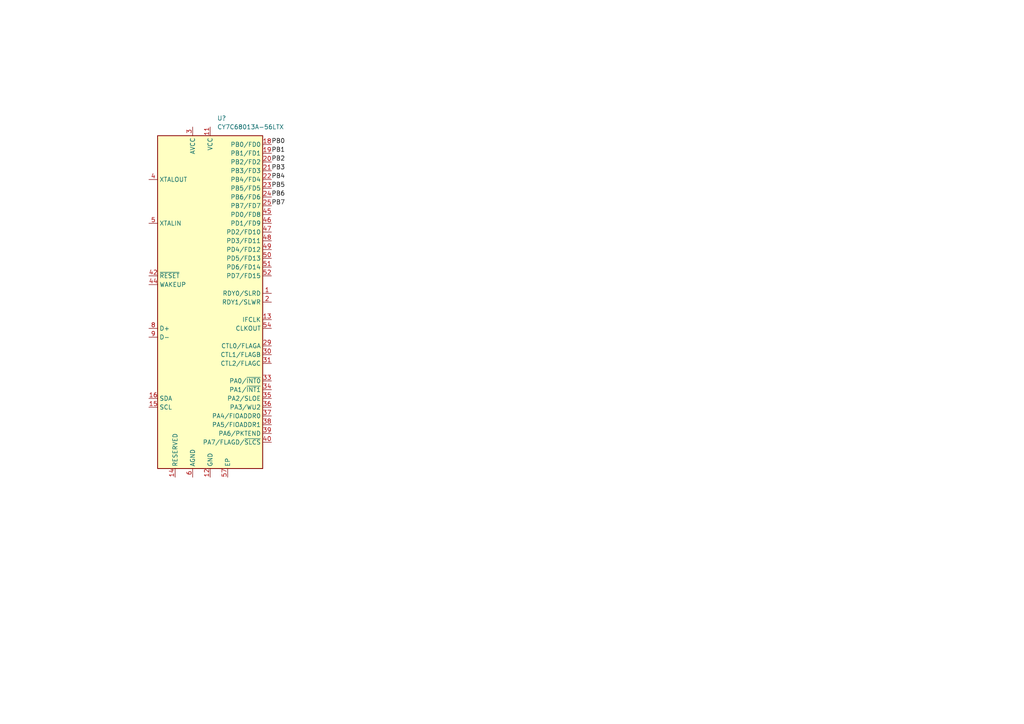
<source format=kicad_sch>
(kicad_sch (version 20211123) (generator eeschema)
  (paper "A4")
  (lib_symbols
    (symbol "MCU_Cypress:CY7C68013A-56LTX"
      (property "Reference" "U" (at -13.97 49.53 0))
      (property "Value" "CY7C68013A-56LTX" (at 11.43 49.53 0))
      (symbol "CY7C68013A-56LTX_0_1"
        (rectangle (start -15.24 48.26) (end 15.24 -48.26) (stroke (width 0.254)) (fill (type background)))
      )
      (symbol "CY7C68013A-56LTX_1_1"
        (pin input line (at 17.78 2.54 180) (length 2.54) (name "RDY0/SLRD") (number "1"))
        (pin passive line (at -5.08 -50.8 90) (length 2.54) hide (name "AGND") (number "10"))
        (pin power_in line (at 0 50.8 270) (length 2.54) (name "VCC") (number "11"))
        (pin power_in line (at 0 -50.8 90) (length 2.54) (name "GND") (number "12"))
        (pin bidirectional line (at 17.78 -5.08 180) (length 2.54) (name "IFCLK") (number "13"))
        (pin input line (at -10.16 -50.8 90) (length 2.54) (name "RESERVED") (number "14"))
        (pin input line (at -17.78 -30.48 0) (length 2.54) (name "SCL") (number "15"))
        (pin bidirectional line (at -17.78 -27.94 0) (length 2.54) (name "SDA") (number "16"))
        (pin passive line (at 0 50.8 270) (length 2.54) hide (name "VCC") (number "17"))
        (pin bidirectional line (at 17.78 45.72 180) (length 2.54) (name "PB0/FD0") (number "18"))
        (pin bidirectional line (at 17.78 43.18 180) (length 2.54) (name "PB1/FD1") (number "19"))
        (pin input line (at 17.78 0 180) (length 2.54) (name "RDY1/SLWR") (number "2"))
        (pin bidirectional line (at 17.78 40.64 180) (length 2.54) (name "PB2/FD2") (number "20"))
        (pin bidirectional line (at 17.78 38.1 180) (length 2.54) (name "PB3/FD3") (number "21"))
        (pin bidirectional line (at 17.78 35.56 180) (length 2.54) (name "PB4/FD4") (number "22"))
        (pin bidirectional line (at 17.78 33.02 180) (length 2.54) (name "PB5/FD5") (number "23"))
        (pin bidirectional line (at 17.78 30.48 180) (length 2.54) (name "PB6/FD6") (number "24"))
        (pin bidirectional line (at 17.78 27.94 180) (length 2.54) (name "PB7/FD7") (number "25"))
        (pin passive line (at 0 -50.8 90) (length 2.54) hide (name "GND") (number "26"))
        (pin passive line (at 0 50.8 270) (length 2.54) hide (name "VCC") (number "27"))
        (pin passive line (at 0 -50.8 90) (length 2.54) hide (name "GND") (number "28"))
        (pin output line (at 17.78 -12.7 180) (length 2.54) (name "CTL0/FLAGA") (number "29"))
        (pin power_in line (at -5.08 50.8 270) (length 2.54) (name "AVCC") (number "3"))
        (pin output line (at 17.78 -15.24 180) (length 2.54) (name "CTL1/FLAGB") (number "30"))
        (pin output line (at 17.78 -17.78 180) (length 2.54) (name "CTL2/FLAGC") (number "31"))
        (pin passive line (at 0 50.8 270) (length 2.54) hide (name "VCC") (number "32"))
        (pin bidirectional line (at 17.78 -22.86 180) (length 2.54) (name "PA0/~{INT0}") (number "33"))
        (pin bidirectional line (at 17.78 -25.4 180) (length 2.54) (name "PA1/~{INT1}") (number "34"))
        (pin bidirectional line (at 17.78 -27.94 180) (length 2.54) (name "PA2/SLOE") (number "35"))
        (pin bidirectional line (at 17.78 -30.48 180) (length 2.54) (name "PA3/WU2") (number "36"))
        (pin bidirectional line (at 17.78 -33.02 180) (length 2.54) (name "PA4/FIOADDR0") (number "37"))
        (pin bidirectional line (at 17.78 -35.56 180) (length 2.54) (name "PA5/FIOADDR1") (number "38"))
        (pin bidirectional line (at 17.78 -38.1 180) (length 2.54) (name "PA6/PKTEND") (number "39"))
        (pin output line (at -17.78 35.56 0) (length 2.54) (name "XTALOUT") (number "4"))
        (pin bidirectional line (at 17.78 -40.64 180) (length 2.54) (name "PA7/FLAGD/~{SLCS}") (number "40"))
        (pin passive line (at 0 -50.8 90) (length 2.54) hide (name "GND") (number "41"))
        (pin input line (at -17.78 7.62 0) (length 2.54) (name "~{RESET}") (number "42"))
        (pin passive line (at 0 50.8 270) (length 2.54) hide (name "VCC") (number "43"))
        (pin input line (at -17.78 5.08 0) (length 2.54) (name "WAKEUP") (number "44"))
        (pin bidirectional line (at 17.78 25.4 180) (length 2.54) (name "PD0/FD8") (number "45"))
        (pin bidirectional line (at 17.78 22.86 180) (length 2.54) (name "PD1/FD9") (number "46"))
        (pin bidirectional line (at 17.78 20.32 180) (length 2.54) (name "PD2/FD10") (number "47"))
        (pin bidirectional line (at 17.78 17.78 180) (length 2.54) (name "PD3/FD11") (number "48"))
        (pin bidirectional line (at 17.78 15.24 180) (length 2.54) (name "PD4/FD12") (number "49"))
        (pin input line (at -17.78 22.86 0) (length 2.54) (name "XTALIN") (number "5"))
        (pin bidirectional line (at 17.78 12.7 180) (length 2.54) (name "PD5/FD13") (number "50"))
        (pin bidirectional line (at 17.78 10.16 180) (length 2.54) (name "PD6/FD14") (number "51"))
        (pin bidirectional line (at 17.78 7.62 180) (length 2.54) (name "PD7/FD15") (number "52"))
        (pin passive line (at 0 -50.8 90) (length 2.54) hide (name "GND") (number "53"))
        (pin output line (at 17.78 -7.62 180) (length 2.54) (name "CLKOUT") (number "54"))
        (pin passive line (at 0 50.8 270) (length 2.54) hide (name "VCC") (number "55"))
        (pin passive line (at 0 -50.8 90) (length 2.54) hide (name "GND") (number "56"))
        (pin input line (at 5.08 -50.8 90) (length 2.54) (name "EP") (number "57"))
        (pin power_in line (at -5.08 -50.8 90) (length 2.54) (name "AGND") (number "6"))
        (pin passive line (at -5.08 50.8 270) (length 2.54) hide (name "AVCC") (number "7"))
        (pin bidirectional line (at -17.78 -7.62 0) (length 2.54) (name "D+") (number "8"))
        (pin bidirectional line (at -17.78 -10.16 0) (length 2.54) (name "D-") (number "9"))
      )
    )
  )
  (label "PB4" (at 78.74 52.07 0))
  (label "PB7" (at 78.74 59.69 0))
  (label "PB2" (at 78.74 46.99 0))
  (label "PB1" (at 78.74 44.45 0))
  (label "PB0" (at 78.74 41.91 0))
  (label "PB6" (at 78.74 57.15 0))
  (label "PB5" (at 78.74 54.61 0))
  (label "PB3" (at 78.74 49.53 0))
  (symbol (lib_id "MCU_Cypress:CY7C68013A-56LTX") (at 60.96 87.63 0) (unit 1)
    (property "Reference" "U?" (at 62.9794 34.29 0) (effects (justify left)))
    (property "Value" "CY7C68013A-56LTX" (at 62.9794 36.83 0) (effects (justify left)))
    (property "Footprint" "Package_DFN_QFN:QFN-56-1EP_8x8mm_P0.5mm_EP4.5x5.2mm_ThermalVias_TopTented" (effects hide))
    (property "Datasheet" "http://www.cypress.com/file/138911/download" (effects hide))
  )
)
</source>
